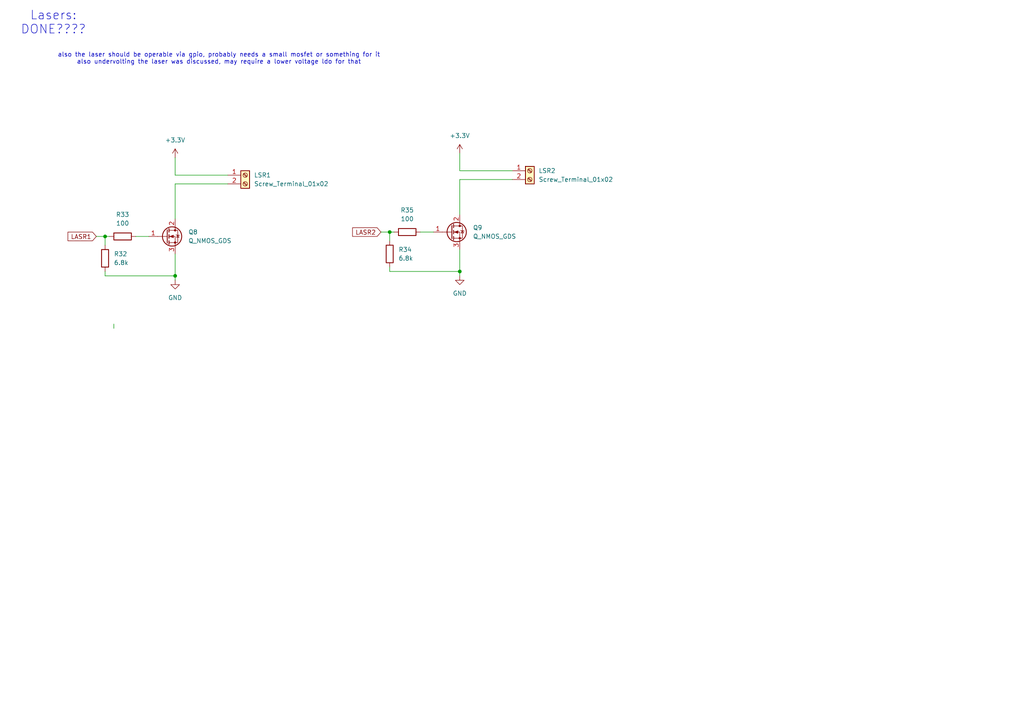
<source format=kicad_sch>
(kicad_sch (version 20231120) (generator "eeschema") (generator_version "8.0")
  (paper "A4")
  (lib_symbols
    (symbol "Connector:Screw_Terminal_01x02" (pin_names (offset 1.016) hide)
      (property "Reference" "J" (at 0 2.54 0))
      (property "Value" "Screw_Terminal_01x02" (at 0 -5.08 0))
      (symbol "Screw_Terminal_01x02_1_1"
        (rectangle (start -1.27 1.27) (end 1.27 -3.81) (stroke (width 0.254)) (fill (type background)))
        (circle (center 0 -2.54) (radius 0.635) (stroke (width 0.1524)))
        (polyline (pts (xy -0.5334 -2.2098) (xy 0.3302 -3.048)) (stroke (width 0.1524)))
        (polyline (pts (xy -0.5334 0.3302) (xy 0.3302 -0.508)) (stroke (width 0.1524)))
        (polyline (pts (xy -0.3556 -2.032) (xy 0.508 -2.8702)) (stroke (width 0.1524)))
        (polyline (pts (xy -0.3556 0.508) (xy 0.508 -0.3302)) (stroke (width 0.1524)))
        (circle (center 0 0) (radius 0.635) (stroke (width 0.1524)))
        (pin passive line (at -5.08 0 0) (length 3.81) (name "Pin_1") (number "1"))
        (pin passive line (at -5.08 -2.54 0) (length 3.81) (name "Pin_2") (number "2"))
      )
    )
    (symbol "Device:Q_NMOS_GDS" (pin_names (offset 0) hide)
      (property "Reference" "Q" (at 5.08 1.27 0))
      (property "Value" "Q_NMOS_GDS" (at 5.08 -1.27 0))
      (symbol "Q_NMOS_GDS_0_1"
        (polyline (pts (xy 0.254 0) (xy -2.54 0)))
        (polyline (pts (xy 0.254 1.905) (xy 0.254 -1.905)) (stroke (width 0.254)))
        (polyline (pts (xy 0.762 -1.27) (xy 0.762 -2.286)) (stroke (width 0.254)))
        (polyline (pts (xy 0.762 0.508) (xy 0.762 -0.508)) (stroke (width 0.254)))
        (polyline (pts (xy 0.762 2.286) (xy 0.762 1.27)) (stroke (width 0.254)))
        (polyline (pts (xy 2.54 2.54) (xy 2.54 1.778)))
        (polyline (pts (xy 2.54 -2.54) (xy 2.54 0) (xy 0.762 0)))
        (polyline (pts (xy 0.762 -1.778) (xy 3.302 -1.778) (xy 3.302 1.778) (xy 0.762 1.778)))
        (polyline (pts (xy 1.016 0) (xy 2.032 0.381) (xy 2.032 -0.381) (xy 1.016 0)) (fill (type outline)))
        (polyline (pts (xy 2.794 0.508) (xy 2.921 0.381) (xy 3.683 0.381) (xy 3.81 0.254)))
        (polyline (pts (xy 3.302 0.381) (xy 2.921 -0.254) (xy 3.683 -0.254) (xy 3.302 0.381)))
        (circle (center 1.651 0) (radius 2.794) (stroke (width 0.254)))
        (circle (center 2.54 -1.778) (radius 0.254) (fill (type outline)))
        (circle (center 2.54 1.778) (radius 0.254) (fill (type outline)))
      )
      (symbol "Q_NMOS_GDS_1_1"
        (pin input line (at -5.08 0 0) (length 2.54) (name "G") (number "1"))
        (pin passive line (at 2.54 5.08 270) (length 2.54) (name "D") (number "2"))
        (pin passive line (at 2.54 -5.08 90) (length 2.54) (name "S") (number "3"))
      )
    )
    (symbol "Device:R" (pin_numbers hide) (pin_names (offset 0))
      (property "Reference" "R" (at 2.032 0 90))
      (property "Value" "R" (at 0 0 90))
      (symbol "R_0_1"
        (rectangle (start -1.016 -2.54) (end 1.016 2.54) (stroke (width 0.254)))
      )
      (symbol "R_1_1"
        (pin passive line (at 0 3.81 270) (length 1.27) (name "~") (number "1"))
        (pin passive line (at 0 -3.81 90) (length 1.27) (name "~") (number "2"))
      )
    )
    (symbol "power:+3.3V" (power) (pin_numbers hide) (pin_names (offset 0) hide)
      (property "Value" "+3.3V" (at 0 3.556 0))
      (symbol "+3.3V_0_1"
        (polyline (pts (xy -0.762 1.27) (xy 0 2.54)))
        (polyline (pts (xy 0 0) (xy 0 2.54)))
        (polyline (pts (xy 0 2.54) (xy 0.762 1.27)))
      )
      (symbol "+3.3V_1_1"
        (pin power_in line (at 0 0 90) (length 0) (name "~") (number "1"))
      )
    )
    (symbol "power:GND" (power) (pin_numbers hide) (pin_names (offset 0) hide)
      (property "Value" "GND" (at 0 -3.81 0))
      (symbol "GND_0_1"
        (polyline (pts (xy 0 0) (xy 0 -1.27) (xy 1.27 -1.27) (xy 0 -2.54) (xy -1.27 -1.27) (xy 0 -1.27)))
      )
      (symbol "GND_1_1"
        (pin power_in line (at 0 0 270) (length 0) (name "~") (number "1"))
      )
    )
  )
  (junction (at 133.35 78.74))
  (junction (at 113.03 67.31))
  (junction (at 50.8 80.01))
  (junction (at 30.48 68.58))
  (wire (pts (xy 66.04 50.8) (xy 50.8 50.8)))
  (wire (pts (xy 27.94 68.58) (xy 30.48 68.58)))
  (wire (pts (xy 133.35 52.07) (xy 133.35 62.23)))
  (wire (pts (xy 30.48 80.01) (xy 50.8 80.01)))
  (wire (pts (xy 39.37 68.58) (xy 43.18 68.58)))
  (wire (pts (xy 30.48 78.74) (xy 30.48 80.01)))
  (wire (pts (xy 110.49 67.31) (xy 113.03 67.31)))
  (wire (pts (xy 133.35 44.45) (xy 133.35 49.53)))
  (wire (pts (xy 50.8 73.66) (xy 50.8 80.01)))
  (wire (pts (xy 121.92 67.31) (xy 125.73 67.31)))
  (wire (pts (xy 30.48 71.12) (xy 30.48 68.58)))
  (wire (pts (xy 50.8 53.34) (xy 66.04 53.34)))
  (wire (pts (xy 50.8 53.34) (xy 50.8 63.5)))
  (wire (pts (xy 30.48 68.58) (xy 31.75 68.58)))
  (wire (pts (xy 133.35 52.07) (xy 148.59 52.07)))
  (wire (pts (xy 133.35 72.39) (xy 133.35 78.74)))
  (wire (pts (xy 113.03 67.31) (xy 114.3 67.31)))
  (wire (pts (xy 113.03 78.74) (xy 133.35 78.74)))
  (wire (pts (xy 113.03 77.47) (xy 113.03 78.74)))
  (wire (pts (xy 50.8 45.72) (xy 50.8 50.8)))
  (wire (pts (xy 113.03 69.85) (xy 113.03 67.31)))
  (wire (pts (xy 133.35 78.74) (xy 133.35 80.01)))
  (wire (pts (xy 148.59 49.53) (xy 133.35 49.53)))
  (wire (pts (xy 50.8 80.01) (xy 50.8 81.28)))
  (wire (pts (xy 33.02 93.98) (xy 33.02 95.25)))
  (text "also the laser should be operable via gpio, probably needs a small mosfet or something for it\nalso undervolting the laser was discussed, may require a lower voltage ldo for that" (at 63.5 17.018 0) (effects (font (size 1.27 1.27))))
  (text "Lasers:\nDONE????\n" (at 15.494 6.604 0) (effects (font (size 2.54 2.54))))
  (global_label "LASR2" (shape input) (at 110.49 67.31 180) (property "Intersheetrefs" "${INTERSHEET_REFS}" (effects (hide yes))))
  (global_label "LASR1" (shape input) (at 27.94 68.58 180) (property "Intersheetrefs" "${INTERSHEET_REFS}" (effects (hide yes))))
  (symbol (lib_id "power:+3.3V") (at 133.35 44.45 0) (unit 1)
    (property "Reference" "#PWR099" (effects (hide yes)))
    (property "Value" "+3.3V" (at 133.35 39.37 0))
    (property "Description" "Power symbol creates a global label with name \"+3.3V\"" (effects (hide yes)))
  )
  (symbol (lib_id "power:GND") (at 50.8 81.28 0) (unit 1)
    (property "Reference" "#PWR0100" (effects (hide yes)))
    (property "Value" "GND" (at 50.8 86.36 0))
    (property "Description" "Power symbol creates a global label with name \"GND\" , ground" (effects (hide yes)))
  )
  (symbol (lib_id "Device:R") (at 113.03 73.66 0) (unit 1)
    (property "Reference" "R34" (at 115.57 72.3899 0) (effects (justify left)))
    (property "Value" "6.8k" (at 115.57 74.9299 0) (effects (justify left)))
    (property "Footprint" "Resistor_SMD:R_0603_1608Metric" (effects (hide yes)))
    (property "Description" "Resistor" (effects (hide yes)))
  )
  (symbol (lib_id "Device:R") (at 35.56 68.58 90) (unit 1)
    (property "Reference" "R33" (at 35.56 62.23 90))
    (property "Value" "100" (at 35.56 64.77 90))
    (property "Footprint" "Resistor_SMD:R_0603_1608Metric" (effects (hide yes)))
    (property "Description" "Resistor" (effects (hide yes)))
  )
  (symbol (lib_id "power:GND") (at 133.35 80.01 0) (unit 1)
    (property "Reference" "#PWR0101" (effects (hide yes)))
    (property "Value" "GND" (at 133.35 85.09 0))
    (property "Description" "Power symbol creates a global label with name \"GND\" , ground" (effects (hide yes)))
  )
  (symbol (lib_id "Device:Q_NMOS_GDS") (at 130.81 67.31 0) (unit 1)
    (property "Reference" "Q9" (at 137.16 66.0399 0) (effects (justify left)))
    (property "Value" "Q_NMOS_GDS" (at 137.16 68.5799 0) (effects (justify left)))
    (property "Footprint" "Package_TO_SOT_SMD:TO-252-2" (effects (hide yes)))
    (property "Description" "N-MOSFET transistor, gate/drain/source" (effects (hide yes)))
  )
  (symbol (lib_id "Device:R") (at 30.48 74.93 0) (unit 1)
    (property "Reference" "R32" (at 33.02 73.6599 0) (effects (justify left)))
    (property "Value" "6.8k" (at 33.02 76.1999 0) (effects (justify left)))
    (property "Footprint" "Resistor_SMD:R_0603_1608Metric" (effects (hide yes)))
    (property "Description" "Resistor" (effects (hide yes)))
  )
  (symbol (lib_id "Connector:Screw_Terminal_01x02") (at 153.67 49.53 0) (unit 1)
    (property "Reference" "LSR2" (at 156.21 49.5299 0) (effects (justify left)))
    (property "Value" "Screw_Terminal_01x02" (at 156.21 52.0699 0) (effects (justify left)))
    (property "Footprint" "TerminalBlock:TerminalBlock_Xinya_XY308-2.54-2P_1x02_P2.54mm_Horizontal" (effects (hide yes)))
    (property "Description" "Generic screw terminal, single row, 01x02, script generated (kicad-library-utils/schlib/autogen/connector/)" (effects (hide yes)))
  )
  (symbol (lib_id "power:+3.3V") (at 50.8 45.72 0) (unit 1)
    (property "Reference" "#PWR047" (effects (hide yes)))
    (property "Value" "+3.3V" (at 50.8 40.64 0))
    (property "Description" "Power symbol creates a global label with name \"+3.3V\"" (effects (hide yes)))
  )
  (symbol (lib_id "Device:Q_NMOS_GDS") (at 48.26 68.58 0) (unit 1)
    (property "Reference" "Q8" (at 54.61 67.3099 0) (effects (justify left)))
    (property "Value" "Q_NMOS_GDS" (at 54.61 69.8499 0) (effects (justify left)))
    (property "Footprint" "Package_TO_SOT_SMD:TO-252-2" (effects (hide yes)))
    (property "Description" "N-MOSFET transistor, gate/drain/source" (effects (hide yes)))
  )
  (symbol (lib_id "Device:R") (at 118.11 67.31 90) (unit 1)
    (property "Reference" "R35" (at 118.11 60.96 90))
    (property "Value" "100" (at 118.11 63.5 90))
    (property "Footprint" "Resistor_SMD:R_0603_1608Metric" (effects (hide yes)))
    (property "Description" "Resistor" (effects (hide yes)))
  )
  (symbol (lib_id "Connector:Screw_Terminal_01x02") (at 71.12 50.8 0) (unit 1)
    (property "Reference" "LSR1" (at 73.66 50.7999 0) (effects (justify left)))
    (property "Value" "Screw_Terminal_01x02" (at 73.66 53.3399 0) (effects (justify left)))
    (property "Footprint" "TerminalBlock:TerminalBlock_Xinya_XY308-2.54-2P_1x02_P2.54mm_Horizontal" (effects (hide yes)))
    (property "Description" "Generic screw terminal, single row, 01x02, script generated (kicad-library-utils/schlib/autogen/connector/)" (effects (hide yes)))
  )
)
</source>
